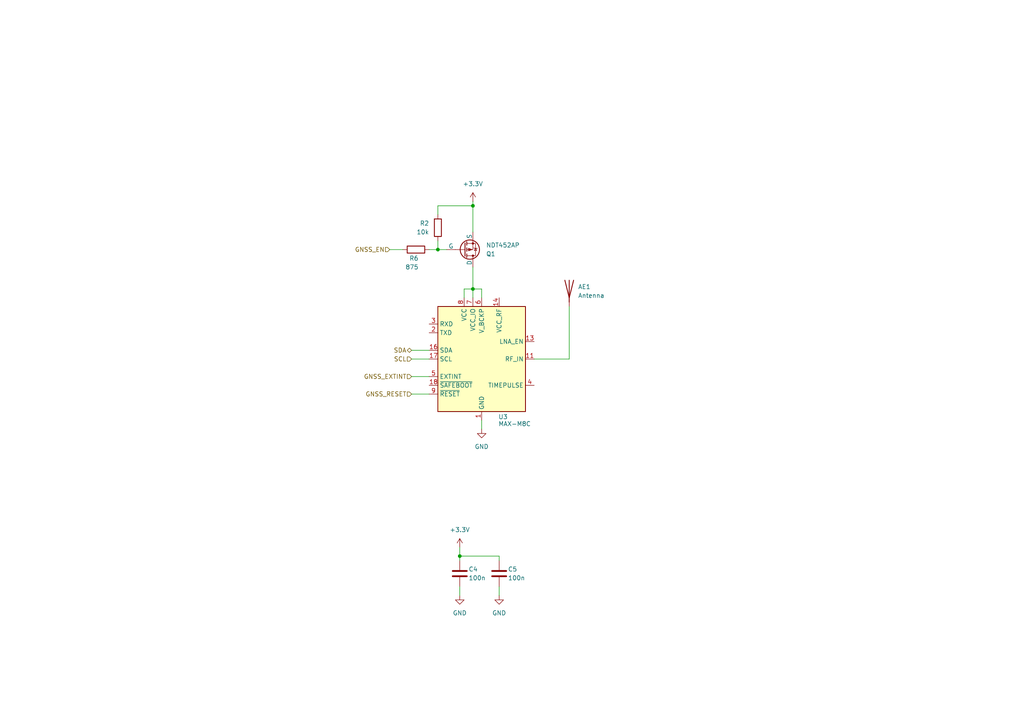
<source format=kicad_sch>
(kicad_sch (version 20231120) (generator "eeschema") (generator_version "8.0")
  (paper "A4")
  (lib_symbols
    (symbol "Device:Antenna" (pin_numbers hide) (pin_names (offset 1.016) hide)
      (property "Reference" "AE" (at -1.905 1.905 0))
      (property "Value" "Antenna" (at -1.905 0 0))
      (symbol "Antenna_0_1"
        (polyline (pts (xy 0 2.54) (xy 0 -3.81)) (stroke (width 0.254)))
        (polyline (pts (xy 1.27 2.54) (xy 0 -2.54) (xy -1.27 2.54)) (stroke (width 0.254)))
      )
      (symbol "Antenna_1_1"
        (pin input line (at 0 -5.08 90) (length 2.54) (name "A") (number "1"))
      )
    )
    (symbol "Device:C" (pin_numbers hide) (pin_names (offset 0.254))
      (property "Reference" "C" (at 0.635 2.54 0))
      (property "Value" "C" (at 0.635 -2.54 0))
      (symbol "C_0_1"
        (polyline (pts (xy -2.032 -0.762) (xy 2.032 -0.762)) (stroke (width 0.508)))
        (polyline (pts (xy -2.032 0.762) (xy 2.032 0.762)) (stroke (width 0.508)))
      )
      (symbol "C_1_1"
        (pin passive line (at 0 3.81 270) (length 2.794) (name "~") (number "1"))
        (pin passive line (at 0 -3.81 90) (length 2.794) (name "~") (number "2"))
      )
    )
    (symbol "Device:R" (pin_numbers hide) (pin_names (offset 0))
      (property "Reference" "R" (at 2.032 0 90))
      (property "Value" "R" (at 0 0 90))
      (symbol "R_0_1"
        (rectangle (start -1.016 -2.54) (end 1.016 2.54) (stroke (width 0.254)))
      )
      (symbol "R_1_1"
        (pin passive line (at 0 3.81 270) (length 1.27) (name "~") (number "1"))
        (pin passive line (at 0 -3.81 90) (length 1.27) (name "~") (number "2"))
      )
    )
    (symbol "RF_GPS:MAX-M8C"
      (property "Reference" "U" (at -10.16 16.51 0))
      (property "Value" "MAX-M8C" (at 11.43 16.51 0))
      (symbol "MAX-M8C_0_1"
        (rectangle (start 12.7 15.24) (end -12.7 -15.24) (stroke (width 0.254)) (fill (type background)))
      )
      (symbol "MAX-M8C_1_1"
        (pin power_in line (at 0 -17.78 90) (length 2.54) (name "GND") (number "1"))
        (pin passive line (at 0 -17.78 90) (length 2.54) hide (name "GND") (number "10"))
        (pin input line (at 15.24 0 180) (length 2.54) (name "RF_IN") (number "11"))
        (pin passive line (at 0 -17.78 90) (length 2.54) hide (name "GND") (number "12"))
        (pin output line (at 15.24 5.08 180) (length 2.54) (name "LNA_EN") (number "13"))
        (pin power_out line (at 5.08 17.78 270) (length 2.54) (name "VCC_RF") (number "14"))
        (pin no_connect line (at 12.7 -5.08 180) (length 2.54) hide (name "Reserved") (number "15"))
        (pin bidirectional line (at -15.24 2.54 0) (length 2.54) (name "SDA") (number "16"))
        (pin input line (at -15.24 0 0) (length 2.54) (name "SCL") (number "17"))
        (pin input line (at -15.24 -7.62 0) (length 2.54) (name "~{SAFEBOOT}") (number "18"))
        (pin output line (at -15.24 7.62 0) (length 2.54) (name "TXD") (number "2"))
        (pin input line (at -15.24 10.16 0) (length 2.54) (name "RXD") (number "3"))
        (pin output line (at 15.24 -7.62 180) (length 2.54) (name "TIMEPULSE") (number "4"))
        (pin input line (at -15.24 -5.08 0) (length 2.54) (name "EXTINT") (number "5"))
        (pin power_in line (at 0 17.78 270) (length 2.54) (name "V_BCKP") (number "6"))
        (pin power_in line (at -2.54 17.78 270) (length 2.54) (name "VCC_IO") (number "7"))
        (pin power_in line (at -5.08 17.78 270) (length 2.54) (name "VCC") (number "8"))
        (pin input line (at -15.24 -10.16 0) (length 2.54) (name "~{RESET}") (number "9"))
      )
    )
    (symbol "Simulation_SPICE:PMOS" (pin_numbers hide) (pin_names (offset 0))
      (property "Reference" "Q" (at 5.08 1.27 0))
      (property "Value" "PMOS" (at 5.08 -1.27 0))
      (symbol "PMOS_0_1"
        (polyline (pts (xy 0.254 0) (xy -2.54 0)))
        (polyline (pts (xy 0.254 1.905) (xy 0.254 -1.905)) (stroke (width 0.254)))
        (polyline (pts (xy 0.762 -1.27) (xy 0.762 -2.286)) (stroke (width 0.254)))
        (polyline (pts (xy 0.762 0.508) (xy 0.762 -0.508)) (stroke (width 0.254)))
        (polyline (pts (xy 0.762 2.286) (xy 0.762 1.27)) (stroke (width 0.254)))
        (polyline (pts (xy 2.54 2.54) (xy 2.54 1.778)))
        (polyline (pts (xy 2.54 -2.54) (xy 2.54 0) (xy 0.762 0)))
        (polyline (pts (xy 0.762 1.778) (xy 3.302 1.778) (xy 3.302 -1.778) (xy 0.762 -1.778)))
        (polyline (pts (xy 2.286 0) (xy 1.27 0.381) (xy 1.27 -0.381) (xy 2.286 0)) (fill (type outline)))
        (polyline (pts (xy 2.794 -0.508) (xy 2.921 -0.381) (xy 3.683 -0.381) (xy 3.81 -0.254)))
        (polyline (pts (xy 3.302 -0.381) (xy 2.921 0.254) (xy 3.683 0.254) (xy 3.302 -0.381)))
        (circle (center 1.651 0) (radius 2.794) (stroke (width 0.254)))
        (circle (center 2.54 -1.778) (radius 0.254) (fill (type outline)))
        (circle (center 2.54 1.778) (radius 0.254) (fill (type outline)))
      )
      (symbol "PMOS_1_1"
        (pin passive line (at 2.54 5.08 270) (length 2.54) (name "D") (number "1"))
        (pin input line (at -5.08 0 0) (length 2.54) (name "G") (number "2"))
        (pin passive line (at 2.54 -5.08 90) (length 2.54) (name "S") (number "3"))
      )
    )
    (symbol "power:+3.3V" (power) (pin_numbers hide) (pin_names (offset 0) hide)
      (property "Value" "+3.3V" (at 0 3.556 0))
      (symbol "+3.3V_0_1"
        (polyline (pts (xy -0.762 1.27) (xy 0 2.54)))
        (polyline (pts (xy 0 0) (xy 0 2.54)))
        (polyline (pts (xy 0 2.54) (xy 0.762 1.27)))
      )
      (symbol "+3.3V_1_1"
        (pin power_in line (at 0 0 90) (length 0) (name "~") (number "1"))
      )
    )
    (symbol "power:GND" (power) (pin_numbers hide) (pin_names (offset 0) hide)
      (property "Value" "GND" (at 0 -3.81 0))
      (symbol "GND_0_1"
        (polyline (pts (xy 0 0) (xy 0 -1.27) (xy 1.27 -1.27) (xy 0 -2.54) (xy -1.27 -1.27) (xy 0 -1.27)))
      )
      (symbol "GND_1_1"
        (pin power_in line (at 0 0 270) (length 0) (name "~") (number "1"))
      )
    )
  )
  (junction (at 137.16 83.82))
  (junction (at 127 72.39))
  (junction (at 133.35 161.29))
  (junction (at 137.16 59.69))
  (wire (pts (xy 113.03 72.39) (xy 116.84 72.39)))
  (wire (pts (xy 137.16 83.82) (xy 134.62 83.82)))
  (wire (pts (xy 154.94 104.14) (xy 165.1 104.14)))
  (wire (pts (xy 133.35 158.75) (xy 133.35 161.29)))
  (wire (pts (xy 139.7 121.92) (xy 139.7 124.46)))
  (wire (pts (xy 127 72.39) (xy 129.54 72.39)))
  (wire (pts (xy 119.38 101.6) (xy 124.46 101.6)))
  (wire (pts (xy 127 69.85) (xy 127 72.39)))
  (wire (pts (xy 137.16 58.42) (xy 137.16 59.69)))
  (wire (pts (xy 144.78 162.56) (xy 144.78 161.29)))
  (wire (pts (xy 133.35 161.29) (xy 144.78 161.29)))
  (wire (pts (xy 133.35 170.18) (xy 133.35 172.72)))
  (wire (pts (xy 127 59.69) (xy 137.16 59.69)))
  (wire (pts (xy 133.35 161.29) (xy 133.35 162.56)))
  (wire (pts (xy 139.7 83.82) (xy 137.16 83.82)))
  (wire (pts (xy 144.78 170.18) (xy 144.78 172.72)))
  (wire (pts (xy 119.38 109.22) (xy 124.46 109.22)))
  (wire (pts (xy 127 62.23) (xy 127 59.69)))
  (wire (pts (xy 124.46 72.39) (xy 127 72.39)))
  (wire (pts (xy 139.7 86.36) (xy 139.7 83.82)))
  (wire (pts (xy 119.38 114.3) (xy 124.46 114.3)))
  (wire (pts (xy 119.38 104.14) (xy 124.46 104.14)))
  (wire (pts (xy 137.16 59.69) (xy 137.16 67.31)))
  (wire (pts (xy 137.16 77.47) (xy 137.16 83.82)))
  (wire (pts (xy 165.1 104.14) (xy 165.1 88.9)))
  (wire (pts (xy 134.62 86.36) (xy 134.62 83.82)))
  (wire (pts (xy 137.16 86.36) (xy 137.16 83.82)))
  (hierarchical_label "SDA" (shape bidirectional) (at 119.38 101.6 180))
  (hierarchical_label "GNSS_EN" (shape input) (at 113.03 72.39 180))
  (hierarchical_label "GNSS_RESET" (shape input) (at 119.38 114.3 180))
  (hierarchical_label "GNSS_EXTINT" (shape input) (at 119.38 109.22 180))
  (hierarchical_label "SCL" (shape input) (at 119.38 104.14 180))
  (symbol (lib_id "power:GND") (at 144.78 172.72 0) (unit 1)
    (property "Reference" "#PWR013" (effects (hide yes)))
    (property "Value" "GND" (at 144.78 177.8 0))
    (property "Description" "Power symbol creates a global label with name \"GND\" , ground" (effects (hide yes)))
  )
  (symbol (lib_id "power:+3.3V") (at 137.16 58.42 0) (unit 1)
    (property "Reference" "#PWR039" (effects (hide yes)))
    (property "Value" "+3.3V" (at 137.16 53.34 0))
    (property "Description" "Power symbol creates a global label with name \"+3.3V\"" (effects (hide yes)))
  )
  (symbol (lib_id "power:GND") (at 133.35 172.72 0) (unit 1)
    (property "Reference" "#PWR012" (effects (hide yes)))
    (property "Value" "GND" (at 133.35 177.8 0))
    (property "Description" "Power symbol creates a global label with name \"GND\" , ground" (effects (hide yes)))
  )
  (symbol (lib_id "Device:Antenna") (at 165.1 83.82 0) (unit 1)
    (property "Reference" "AE1" (at 167.64 83.1849 0) (effects (justify left)))
    (property "Value" "Antenna" (at 167.64 85.7249 0) (effects (justify left)))
    (property "Description" "Antenna" (effects (hide yes)))
  )
  (symbol (lib_id "Device:R") (at 127 66.04 0) (mirror y) (unit 1)
    (property "Reference" "R2" (at 124.46 64.7699 0) (effects (justify left)))
    (property "Value" "10k" (at 124.46 67.3099 0) (effects (justify left)))
    (property "Description" "Resistor" (effects (hide yes)))
  )
  (symbol (lib_id "Device:C") (at 133.35 166.37 0) (unit 1)
    (property "Reference" "C4" (at 135.89 165.1 0) (effects (justify left)))
    (property "Value" "100n" (at 135.89 167.64 0) (effects (justify left)))
    (property "Description" "Unpolarized capacitor" (effects (hide yes)))
  )
  (symbol (lib_id "Device:C") (at 144.78 166.37 0) (unit 1)
    (property "Reference" "C5" (at 147.32 165.1 0) (effects (justify left)))
    (property "Value" "100n" (at 147.32 167.64 0) (effects (justify left)))
    (property "Description" "Unpolarized capacitor" (effects (hide yes)))
  )
  (symbol (lib_id "Simulation_SPICE:PMOS") (at 134.62 72.39 0) (mirror x) (unit 1)
    (property "Reference" "Q1" (at 140.97 73.6601 0) (effects (justify left)))
    (property "Value" "NDT452AP" (at 140.97 71.1201 0) (effects (justify left)))
    (property "Datasheet" "https://ngspice.sourceforge.io/docs/ngspice-html-manual/manual.xhtml#cha_MOSFETs" (effects (hide yes)))
    (property "Description" "P-MOSFET transistor, drain/source/gate" (effects (hide yes)))
    (property "Sim.Device" "PMOS" (effects (hide yes)))
    (property "Sim.Type" "VDMOS" (effects (hide yes)))
    (property "Sim.Pins" "1=D 2=G 3=S" (effects (hide yes)))
  )
  (symbol (lib_id "RF_GPS:MAX-M8C") (at 139.7 104.14 0) (unit 1)
    (property "Reference" "U3" (at 144.526 120.904 0) (effects (justify left)))
    (property "Value" "MAX-M8C" (at 144.526 122.936 0) (effects (justify left)))
    (property "Footprint" "RF_GPS:ublox_MAX" (effects (hide yes)))
    (property "Datasheet" "https://www.u-blox.com/sites/default/files/MAX-M8-FW3_DataSheet_%28UBX-15031506%29.pdf" (effects (hide yes)))
    (property "Description" "GNSS Module MAX M8, VCC 1.65V to 3.6V" (effects (hide yes)))
  )
  (symbol (lib_id "power:+3.3V") (at 133.35 158.75 0) (unit 1)
    (property "Reference" "#PWR011" (effects (hide yes)))
    (property "Value" "+3.3V" (at 133.35 153.67 0))
    (property "Description" "Power symbol creates a global label with name \"+3.3V\"" (effects (hide yes)))
  )
  (symbol (lib_id "Device:R") (at 120.65 72.39 90) (mirror x) (unit 1)
    (property "Reference" "R6" (at 121.412 74.93 90) (effects (justify left)))
    (property "Value" "875" (at 121.412 77.47 90) (effects (justify left)))
    (property "Description" "Resistor" (effects (hide yes)))
  )
  (symbol (lib_id "power:GND") (at 139.7 124.46 0) (unit 1)
    (property "Reference" "#PWR010" (effects (hide yes)))
    (property "Value" "GND" (at 139.7 129.54 0))
    (property "Description" "Power symbol creates a global label with name \"GND\" , ground" (effects (hide yes)))
  )
)
</source>
